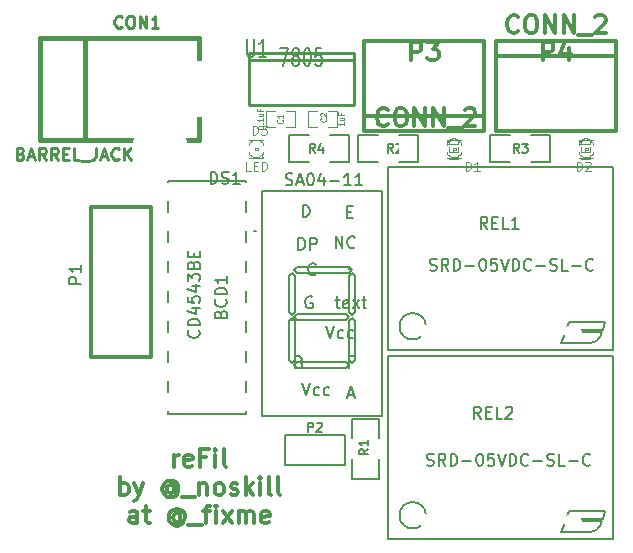
<source format=gto>
G04 (created by PCBNEW (2013-may-18)-stable) date dim 05 jun 2016 14:26:50 CEST*
%MOIN*%
G04 Gerber Fmt 3.4, Leading zero omitted, Abs format*
%FSLAX34Y34*%
G01*
G70*
G90*
G04 APERTURE LIST*
%ADD10C,0.00590551*%
%ADD11C,0.011811*%
%ADD12C,0.012*%
%ADD13C,0.006*%
%ADD14C,0.01*%
%ADD15C,0.015*%
%ADD16C,0.005*%
%ADD17C,0.0026*%
%ADD18C,0.004*%
%ADD19C,0.0047*%
%ADD20C,0.008*%
%ADD21C,0.0035*%
%ADD22C,0.0045*%
%ADD23R,0.06X0.06*%
%ADD24C,0.06*%
%ADD25C,0.0590551*%
%ADD26R,0.1X0.1*%
%ADD27C,0.1*%
%ADD28C,0.07*%
%ADD29R,0.07X0.07*%
%ADD30C,0.189*%
%ADD31R,0.189X0.189*%
%ADD32R,0.06X0.08*%
%ADD33R,0.0629X0.0709*%
%ADD34R,0.08X0.06*%
%ADD35R,0.025X0.045*%
G04 APERTURE END LIST*
G54D10*
G54D11*
X17456Y-24789D02*
X17456Y-24395D01*
X17456Y-24507D02*
X17484Y-24451D01*
X17512Y-24423D01*
X17568Y-24395D01*
X17625Y-24395D01*
X18046Y-24760D02*
X17990Y-24789D01*
X17878Y-24789D01*
X17821Y-24760D01*
X17793Y-24704D01*
X17793Y-24479D01*
X17821Y-24423D01*
X17878Y-24395D01*
X17990Y-24395D01*
X18046Y-24423D01*
X18075Y-24479D01*
X18075Y-24535D01*
X17793Y-24592D01*
X18524Y-24479D02*
X18328Y-24479D01*
X18328Y-24789D02*
X18328Y-24198D01*
X18609Y-24198D01*
X18834Y-24789D02*
X18834Y-24395D01*
X18834Y-24198D02*
X18806Y-24226D01*
X18834Y-24254D01*
X18862Y-24226D01*
X18834Y-24198D01*
X18834Y-24254D01*
X19199Y-24789D02*
X19143Y-24760D01*
X19115Y-24704D01*
X19115Y-24198D01*
X15656Y-25733D02*
X15656Y-25143D01*
X15656Y-25368D02*
X15712Y-25340D01*
X15825Y-25340D01*
X15881Y-25368D01*
X15909Y-25396D01*
X15937Y-25452D01*
X15937Y-25621D01*
X15909Y-25677D01*
X15881Y-25705D01*
X15825Y-25733D01*
X15712Y-25733D01*
X15656Y-25705D01*
X16134Y-25340D02*
X16275Y-25733D01*
X16415Y-25340D02*
X16275Y-25733D01*
X16219Y-25874D01*
X16190Y-25902D01*
X16134Y-25930D01*
X17456Y-25452D02*
X17428Y-25424D01*
X17371Y-25396D01*
X17315Y-25396D01*
X17259Y-25424D01*
X17231Y-25452D01*
X17203Y-25508D01*
X17203Y-25565D01*
X17231Y-25621D01*
X17259Y-25649D01*
X17315Y-25677D01*
X17371Y-25677D01*
X17428Y-25649D01*
X17456Y-25621D01*
X17456Y-25396D02*
X17456Y-25621D01*
X17484Y-25649D01*
X17512Y-25649D01*
X17568Y-25621D01*
X17596Y-25565D01*
X17596Y-25424D01*
X17540Y-25340D01*
X17456Y-25283D01*
X17343Y-25255D01*
X17231Y-25283D01*
X17147Y-25340D01*
X17090Y-25424D01*
X17062Y-25537D01*
X17090Y-25649D01*
X17147Y-25733D01*
X17231Y-25790D01*
X17343Y-25818D01*
X17456Y-25790D01*
X17540Y-25733D01*
X17709Y-25790D02*
X18159Y-25790D01*
X18300Y-25340D02*
X18300Y-25733D01*
X18300Y-25396D02*
X18328Y-25368D01*
X18384Y-25340D01*
X18468Y-25340D01*
X18524Y-25368D01*
X18553Y-25424D01*
X18553Y-25733D01*
X18918Y-25733D02*
X18862Y-25705D01*
X18834Y-25677D01*
X18806Y-25621D01*
X18806Y-25452D01*
X18834Y-25396D01*
X18862Y-25368D01*
X18918Y-25340D01*
X19003Y-25340D01*
X19059Y-25368D01*
X19087Y-25396D01*
X19115Y-25452D01*
X19115Y-25621D01*
X19087Y-25677D01*
X19059Y-25705D01*
X19003Y-25733D01*
X18918Y-25733D01*
X19340Y-25705D02*
X19396Y-25733D01*
X19509Y-25733D01*
X19565Y-25705D01*
X19593Y-25649D01*
X19593Y-25621D01*
X19565Y-25565D01*
X19509Y-25537D01*
X19424Y-25537D01*
X19368Y-25508D01*
X19340Y-25452D01*
X19340Y-25424D01*
X19368Y-25368D01*
X19424Y-25340D01*
X19509Y-25340D01*
X19565Y-25368D01*
X19846Y-25733D02*
X19846Y-25143D01*
X19902Y-25508D02*
X20071Y-25733D01*
X20071Y-25340D02*
X19846Y-25565D01*
X20324Y-25733D02*
X20324Y-25340D01*
X20324Y-25143D02*
X20296Y-25171D01*
X20324Y-25199D01*
X20352Y-25171D01*
X20324Y-25143D01*
X20324Y-25199D01*
X20690Y-25733D02*
X20634Y-25705D01*
X20605Y-25649D01*
X20605Y-25143D01*
X20999Y-25733D02*
X20943Y-25705D01*
X20915Y-25649D01*
X20915Y-25143D01*
X16233Y-26678D02*
X16233Y-26369D01*
X16204Y-26313D01*
X16148Y-26285D01*
X16036Y-26285D01*
X15979Y-26313D01*
X16233Y-26650D02*
X16176Y-26678D01*
X16036Y-26678D01*
X15979Y-26650D01*
X15951Y-26594D01*
X15951Y-26538D01*
X15979Y-26481D01*
X16036Y-26453D01*
X16176Y-26453D01*
X16233Y-26425D01*
X16429Y-26285D02*
X16654Y-26285D01*
X16514Y-26088D02*
X16514Y-26594D01*
X16542Y-26650D01*
X16598Y-26678D01*
X16654Y-26678D01*
X17667Y-26397D02*
X17639Y-26369D01*
X17582Y-26341D01*
X17526Y-26341D01*
X17470Y-26369D01*
X17442Y-26397D01*
X17414Y-26453D01*
X17414Y-26510D01*
X17442Y-26566D01*
X17470Y-26594D01*
X17526Y-26622D01*
X17582Y-26622D01*
X17639Y-26594D01*
X17667Y-26566D01*
X17667Y-26341D02*
X17667Y-26566D01*
X17695Y-26594D01*
X17723Y-26594D01*
X17779Y-26566D01*
X17807Y-26510D01*
X17807Y-26369D01*
X17751Y-26285D01*
X17667Y-26228D01*
X17554Y-26200D01*
X17442Y-26228D01*
X17357Y-26285D01*
X17301Y-26369D01*
X17273Y-26481D01*
X17301Y-26594D01*
X17357Y-26678D01*
X17442Y-26735D01*
X17554Y-26763D01*
X17667Y-26735D01*
X17751Y-26678D01*
X17920Y-26735D02*
X18370Y-26735D01*
X18426Y-26285D02*
X18651Y-26285D01*
X18510Y-26678D02*
X18510Y-26172D01*
X18539Y-26116D01*
X18595Y-26088D01*
X18651Y-26088D01*
X18848Y-26678D02*
X18848Y-26285D01*
X18848Y-26088D02*
X18820Y-26116D01*
X18848Y-26144D01*
X18876Y-26116D01*
X18848Y-26088D01*
X18848Y-26144D01*
X19073Y-26678D02*
X19382Y-26285D01*
X19073Y-26285D02*
X19382Y-26678D01*
X19607Y-26678D02*
X19607Y-26285D01*
X19607Y-26341D02*
X19635Y-26313D01*
X19692Y-26285D01*
X19776Y-26285D01*
X19832Y-26313D01*
X19860Y-26369D01*
X19860Y-26678D01*
X19860Y-26369D02*
X19888Y-26313D01*
X19945Y-26285D01*
X20029Y-26285D01*
X20085Y-26313D01*
X20113Y-26369D01*
X20113Y-26678D01*
X20620Y-26650D02*
X20563Y-26678D01*
X20451Y-26678D01*
X20395Y-26650D01*
X20366Y-26594D01*
X20366Y-26369D01*
X20395Y-26313D01*
X20451Y-26285D01*
X20563Y-26285D01*
X20620Y-26313D01*
X20648Y-26369D01*
X20648Y-26425D01*
X20366Y-26481D01*
G54D12*
X14700Y-21150D02*
X14700Y-16150D01*
X14700Y-16150D02*
X16700Y-16150D01*
X16700Y-16150D02*
X16700Y-21150D01*
X16700Y-21150D02*
X14700Y-21150D01*
G54D10*
X31824Y-19955D02*
X30603Y-19955D01*
X30603Y-19955D02*
X30525Y-20230D01*
X30525Y-20230D02*
X31706Y-20230D01*
X30643Y-20309D02*
X30800Y-20309D01*
X30367Y-20663D02*
X30525Y-20309D01*
X30525Y-20309D02*
X30682Y-20309D01*
X31745Y-20230D02*
X31824Y-19955D01*
X31155Y-20663D02*
X31312Y-20663D01*
X31233Y-20663D02*
X30485Y-20663D01*
X30485Y-20663D02*
X30367Y-20663D01*
X31706Y-20309D02*
X30722Y-20309D01*
X31273Y-20663D02*
G75*
G03X31706Y-20309I39J393D01*
G74*
G01*
X25847Y-20112D02*
G75*
G03X25847Y-20112I-440J0D01*
G74*
G01*
X32100Y-20900D02*
X24580Y-20900D01*
X24580Y-20900D02*
X24580Y-14797D01*
X24580Y-14797D02*
X32100Y-14797D01*
X32100Y-14797D02*
X32100Y-20900D01*
G54D12*
X27800Y-13100D02*
X23800Y-13100D01*
X27800Y-13600D02*
X27800Y-10600D01*
X27800Y-10600D02*
X23800Y-10600D01*
X23800Y-10600D02*
X23800Y-13600D01*
X23800Y-13600D02*
X27800Y-13600D01*
G54D10*
X23400Y-19850D02*
X23300Y-19950D01*
X23300Y-19950D02*
X23300Y-21250D01*
X23300Y-21250D02*
X23400Y-21350D01*
X23400Y-21350D02*
X23500Y-21250D01*
X23500Y-21250D02*
X23500Y-19950D01*
X23500Y-19950D02*
X23400Y-19850D01*
X21450Y-21400D02*
X21550Y-21300D01*
X21550Y-21300D02*
X23200Y-21300D01*
X23200Y-21300D02*
X23300Y-21400D01*
X23300Y-21400D02*
X23200Y-21500D01*
X23200Y-21500D02*
X21550Y-21500D01*
X21550Y-21500D02*
X21450Y-21400D01*
X21400Y-19850D02*
X21500Y-19950D01*
X21500Y-19950D02*
X21500Y-21250D01*
X21500Y-21250D02*
X21400Y-21350D01*
X21400Y-21350D02*
X21300Y-21250D01*
X21300Y-21250D02*
X21300Y-19950D01*
X21300Y-19950D02*
X21400Y-19850D01*
X21400Y-19850D02*
X21400Y-19900D01*
X21450Y-19800D02*
X21550Y-19700D01*
X21550Y-19700D02*
X23200Y-19700D01*
X23200Y-19700D02*
X23300Y-19800D01*
X23300Y-19800D02*
X23200Y-19900D01*
X23200Y-19900D02*
X21550Y-19900D01*
X21550Y-19900D02*
X21450Y-19800D01*
X21400Y-18350D02*
X21500Y-18450D01*
X21500Y-18450D02*
X21500Y-19650D01*
X21500Y-19650D02*
X21400Y-19750D01*
X21400Y-19750D02*
X21300Y-19650D01*
X21300Y-19650D02*
X21300Y-18450D01*
X21300Y-18450D02*
X21400Y-18350D01*
X23300Y-18450D02*
X23300Y-19650D01*
X23300Y-19650D02*
X23400Y-19750D01*
X23400Y-19750D02*
X23500Y-19650D01*
X23500Y-19650D02*
X23500Y-18450D01*
X23500Y-18450D02*
X23400Y-18350D01*
X23400Y-18350D02*
X23300Y-18450D01*
X23300Y-18150D02*
X23400Y-18250D01*
X23400Y-18250D02*
X23300Y-18350D01*
X23300Y-18350D02*
X21550Y-18350D01*
X21550Y-18350D02*
X21450Y-18250D01*
X21450Y-18250D02*
X21550Y-18150D01*
X21550Y-18150D02*
X23300Y-18150D01*
X23300Y-18150D02*
X23300Y-18200D01*
X24400Y-15600D02*
X20400Y-15600D01*
X20400Y-15600D02*
X20400Y-23100D01*
X20400Y-23100D02*
X24400Y-23100D01*
X24400Y-15600D02*
X24400Y-23100D01*
X20195Y-16948D02*
X20116Y-16948D01*
X31824Y-26255D02*
X30603Y-26255D01*
X30603Y-26255D02*
X30525Y-26530D01*
X30525Y-26530D02*
X31706Y-26530D01*
X30643Y-26609D02*
X30800Y-26609D01*
X30367Y-26963D02*
X30525Y-26609D01*
X30525Y-26609D02*
X30682Y-26609D01*
X31745Y-26530D02*
X31824Y-26255D01*
X31155Y-26963D02*
X31312Y-26963D01*
X31233Y-26963D02*
X30485Y-26963D01*
X30485Y-26963D02*
X30367Y-26963D01*
X31706Y-26609D02*
X30722Y-26609D01*
X31273Y-26963D02*
G75*
G03X31706Y-26609I39J393D01*
G74*
G01*
X25847Y-26412D02*
G75*
G03X25847Y-26412I-440J0D01*
G74*
G01*
X32100Y-27200D02*
X24580Y-27200D01*
X24580Y-27200D02*
X24580Y-21097D01*
X24580Y-21097D02*
X32100Y-21097D01*
X32100Y-21097D02*
X32100Y-27200D01*
G54D13*
X21150Y-24750D02*
X21150Y-23750D01*
X21150Y-23750D02*
X23150Y-23750D01*
X23150Y-23750D02*
X23150Y-24750D01*
X23150Y-24750D02*
X21150Y-24750D01*
G54D14*
X19950Y-11250D02*
X19950Y-11000D01*
X19950Y-11000D02*
X23450Y-11000D01*
X23450Y-11000D02*
X23450Y-11250D01*
X19950Y-12750D02*
X19950Y-11250D01*
X19950Y-11250D02*
X23450Y-11250D01*
X23450Y-11250D02*
X23450Y-12750D01*
X23450Y-12750D02*
X19950Y-12750D01*
G54D15*
X13300Y-10500D02*
X13000Y-10500D01*
X13000Y-10500D02*
X13000Y-13900D01*
X13000Y-13900D02*
X13300Y-13900D01*
X14500Y-10500D02*
X14500Y-13900D01*
X18300Y-10500D02*
X18300Y-13900D01*
X13300Y-13900D02*
X18300Y-13900D01*
X13300Y-10500D02*
X18300Y-10500D01*
G54D12*
X28200Y-11100D02*
X32200Y-11100D01*
X28200Y-10600D02*
X28200Y-13600D01*
X28200Y-13600D02*
X32200Y-13600D01*
X32200Y-13600D02*
X32200Y-10600D01*
X32200Y-10600D02*
X28200Y-10600D01*
G54D10*
X19850Y-15275D02*
X17250Y-15275D01*
X17250Y-15275D02*
X17250Y-23025D01*
X17250Y-23025D02*
X19850Y-23025D01*
X19850Y-23025D02*
X19850Y-15300D01*
G54D16*
X25600Y-14650D02*
X25600Y-13750D01*
X25600Y-13750D02*
X24950Y-13750D01*
X24250Y-14650D02*
X23600Y-14650D01*
X23600Y-14650D02*
X23600Y-13750D01*
X23600Y-13750D02*
X24250Y-13750D01*
X24950Y-14650D02*
X25600Y-14650D01*
X30000Y-14650D02*
X30000Y-13750D01*
X30000Y-13750D02*
X29350Y-13750D01*
X28650Y-14650D02*
X28000Y-14650D01*
X28000Y-14650D02*
X28000Y-13750D01*
X28000Y-13750D02*
X28650Y-13750D01*
X29350Y-14650D02*
X30000Y-14650D01*
X21300Y-13750D02*
X21300Y-14650D01*
X21300Y-14650D02*
X21950Y-14650D01*
X22650Y-13750D02*
X23300Y-13750D01*
X23300Y-13750D02*
X23300Y-14650D01*
X23300Y-14650D02*
X22650Y-14650D01*
X21950Y-13750D02*
X21300Y-13750D01*
G54D17*
X26839Y-14161D02*
X26761Y-14161D01*
X26761Y-14161D02*
X26761Y-14239D01*
X26839Y-14239D02*
X26761Y-14239D01*
X26839Y-14161D02*
X26839Y-14239D01*
X26623Y-13925D02*
X26486Y-13925D01*
X26486Y-13925D02*
X26486Y-14023D01*
X26623Y-14023D02*
X26486Y-14023D01*
X26623Y-13925D02*
X26623Y-14023D01*
X26486Y-13925D02*
X26446Y-13925D01*
X26446Y-13925D02*
X26446Y-14396D01*
X26486Y-14396D02*
X26446Y-14396D01*
X26486Y-13925D02*
X26486Y-14396D01*
X26486Y-14416D02*
X26446Y-14416D01*
X26446Y-14416D02*
X26446Y-14475D01*
X26486Y-14475D02*
X26446Y-14475D01*
X26486Y-14416D02*
X26486Y-14475D01*
X27154Y-13925D02*
X27114Y-13925D01*
X27114Y-13925D02*
X27114Y-14396D01*
X27154Y-14396D02*
X27114Y-14396D01*
X27154Y-13925D02*
X27154Y-14396D01*
X27154Y-14416D02*
X27114Y-14416D01*
X27114Y-14416D02*
X27114Y-14475D01*
X27154Y-14475D02*
X27114Y-14475D01*
X27154Y-14416D02*
X27154Y-14475D01*
X26623Y-13925D02*
X26564Y-13925D01*
X26564Y-13925D02*
X26564Y-14023D01*
X26623Y-14023D02*
X26564Y-14023D01*
X26623Y-13925D02*
X26623Y-14023D01*
G54D18*
X26190Y-13905D02*
X27410Y-13905D01*
X27410Y-13905D02*
X27410Y-14495D01*
X27410Y-14495D02*
X26190Y-14495D01*
X26190Y-14495D02*
X26190Y-13905D01*
X27015Y-14003D02*
G75*
G03X26583Y-14004I-215J-196D01*
G74*
G01*
X27015Y-14396D02*
G75*
G03X27016Y-14004I-215J196D01*
G74*
G01*
X26584Y-14396D02*
G75*
G03X27016Y-14395I215J196D01*
G74*
G01*
X26584Y-14003D02*
G75*
G03X26583Y-14395I215J-196D01*
G74*
G01*
G54D17*
X31239Y-14161D02*
X31161Y-14161D01*
X31161Y-14161D02*
X31161Y-14239D01*
X31239Y-14239D02*
X31161Y-14239D01*
X31239Y-14161D02*
X31239Y-14239D01*
X31023Y-13925D02*
X30886Y-13925D01*
X30886Y-13925D02*
X30886Y-14023D01*
X31023Y-14023D02*
X30886Y-14023D01*
X31023Y-13925D02*
X31023Y-14023D01*
X30886Y-13925D02*
X30846Y-13925D01*
X30846Y-13925D02*
X30846Y-14396D01*
X30886Y-14396D02*
X30846Y-14396D01*
X30886Y-13925D02*
X30886Y-14396D01*
X30886Y-14416D02*
X30846Y-14416D01*
X30846Y-14416D02*
X30846Y-14475D01*
X30886Y-14475D02*
X30846Y-14475D01*
X30886Y-14416D02*
X30886Y-14475D01*
X31554Y-13925D02*
X31514Y-13925D01*
X31514Y-13925D02*
X31514Y-14396D01*
X31554Y-14396D02*
X31514Y-14396D01*
X31554Y-13925D02*
X31554Y-14396D01*
X31554Y-14416D02*
X31514Y-14416D01*
X31514Y-14416D02*
X31514Y-14475D01*
X31554Y-14475D02*
X31514Y-14475D01*
X31554Y-14416D02*
X31554Y-14475D01*
X31023Y-13925D02*
X30964Y-13925D01*
X30964Y-13925D02*
X30964Y-14023D01*
X31023Y-14023D02*
X30964Y-14023D01*
X31023Y-13925D02*
X31023Y-14023D01*
G54D18*
X30590Y-13905D02*
X31810Y-13905D01*
X31810Y-13905D02*
X31810Y-14495D01*
X31810Y-14495D02*
X30590Y-14495D01*
X30590Y-14495D02*
X30590Y-13905D01*
X31415Y-14003D02*
G75*
G03X30983Y-14004I-215J-196D01*
G74*
G01*
X31415Y-14396D02*
G75*
G03X31416Y-14004I-215J196D01*
G74*
G01*
X30984Y-14396D02*
G75*
G03X31416Y-14395I215J196D01*
G74*
G01*
X30984Y-14003D02*
G75*
G03X30983Y-14395I215J-196D01*
G74*
G01*
G54D17*
X20161Y-14239D02*
X20239Y-14239D01*
X20239Y-14239D02*
X20239Y-14161D01*
X20161Y-14161D02*
X20239Y-14161D01*
X20161Y-14239D02*
X20161Y-14161D01*
X20377Y-14475D02*
X20514Y-14475D01*
X20514Y-14475D02*
X20514Y-14377D01*
X20377Y-14377D02*
X20514Y-14377D01*
X20377Y-14475D02*
X20377Y-14377D01*
X20514Y-14475D02*
X20554Y-14475D01*
X20554Y-14475D02*
X20554Y-14004D01*
X20514Y-14004D02*
X20554Y-14004D01*
X20514Y-14475D02*
X20514Y-14004D01*
X20514Y-13984D02*
X20554Y-13984D01*
X20554Y-13984D02*
X20554Y-13925D01*
X20514Y-13925D02*
X20554Y-13925D01*
X20514Y-13984D02*
X20514Y-13925D01*
X19846Y-14475D02*
X19886Y-14475D01*
X19886Y-14475D02*
X19886Y-14004D01*
X19846Y-14004D02*
X19886Y-14004D01*
X19846Y-14475D02*
X19846Y-14004D01*
X19846Y-13984D02*
X19886Y-13984D01*
X19886Y-13984D02*
X19886Y-13925D01*
X19846Y-13925D02*
X19886Y-13925D01*
X19846Y-13984D02*
X19846Y-13925D01*
X20377Y-14475D02*
X20436Y-14475D01*
X20436Y-14475D02*
X20436Y-14377D01*
X20377Y-14377D02*
X20436Y-14377D01*
X20377Y-14475D02*
X20377Y-14377D01*
G54D18*
X20810Y-14495D02*
X19590Y-14495D01*
X19590Y-14495D02*
X19590Y-13905D01*
X19590Y-13905D02*
X20810Y-13905D01*
X20810Y-13905D02*
X20810Y-14495D01*
X19984Y-14396D02*
G75*
G03X20416Y-14395I215J196D01*
G74*
G01*
X19984Y-14003D02*
G75*
G03X19983Y-14395I215J-196D01*
G74*
G01*
X20415Y-14003D02*
G75*
G03X19983Y-14004I-215J-196D01*
G74*
G01*
X20415Y-14396D02*
G75*
G03X20416Y-14004I-215J196D01*
G74*
G01*
G54D16*
X23400Y-25200D02*
X24300Y-25200D01*
X24300Y-25200D02*
X24300Y-24550D01*
X23400Y-23850D02*
X23400Y-23200D01*
X23400Y-23200D02*
X24300Y-23200D01*
X24300Y-23200D02*
X24300Y-23850D01*
X23400Y-24550D02*
X23400Y-25200D01*
G54D19*
X21197Y-13456D02*
X21472Y-13456D01*
X20803Y-13456D02*
X20528Y-13456D01*
X21197Y-12944D02*
X21472Y-12944D01*
X20528Y-12944D02*
X20803Y-12944D01*
X21472Y-12950D02*
X21472Y-13450D01*
X20528Y-13450D02*
X20528Y-12950D01*
X22203Y-12944D02*
X21928Y-12944D01*
X22597Y-12944D02*
X22872Y-12944D01*
X22203Y-13456D02*
X21928Y-13456D01*
X22872Y-13456D02*
X22597Y-13456D01*
X21928Y-13450D02*
X21928Y-12950D01*
X22872Y-12950D02*
X22872Y-13450D01*
G54D20*
X14361Y-18695D02*
X13961Y-18695D01*
X13961Y-18542D01*
X13980Y-18504D01*
X14000Y-18485D01*
X14038Y-18466D01*
X14095Y-18466D01*
X14133Y-18485D01*
X14152Y-18504D01*
X14171Y-18542D01*
X14171Y-18695D01*
X14361Y-18085D02*
X14361Y-18314D01*
X14361Y-18199D02*
X13961Y-18199D01*
X14019Y-18238D01*
X14057Y-18276D01*
X14076Y-18314D01*
G54D10*
X27896Y-16859D02*
X27765Y-16671D01*
X27671Y-16859D02*
X27671Y-16465D01*
X27821Y-16465D01*
X27859Y-16484D01*
X27878Y-16503D01*
X27896Y-16540D01*
X27896Y-16596D01*
X27878Y-16634D01*
X27859Y-16653D01*
X27821Y-16671D01*
X27671Y-16671D01*
X28065Y-16653D02*
X28196Y-16653D01*
X28253Y-16859D02*
X28065Y-16859D01*
X28065Y-16465D01*
X28253Y-16465D01*
X28609Y-16859D02*
X28421Y-16859D01*
X28421Y-16465D01*
X28946Y-16859D02*
X28721Y-16859D01*
X28834Y-16859D02*
X28834Y-16465D01*
X28796Y-16521D01*
X28759Y-16559D01*
X28721Y-16578D01*
X25981Y-18240D02*
X26037Y-18259D01*
X26131Y-18259D01*
X26169Y-18240D01*
X26187Y-18221D01*
X26206Y-18184D01*
X26206Y-18146D01*
X26187Y-18109D01*
X26169Y-18090D01*
X26131Y-18071D01*
X26056Y-18053D01*
X26019Y-18034D01*
X26000Y-18015D01*
X25981Y-17978D01*
X25981Y-17940D01*
X26000Y-17903D01*
X26019Y-17884D01*
X26056Y-17865D01*
X26150Y-17865D01*
X26206Y-17884D01*
X26600Y-18259D02*
X26469Y-18071D01*
X26375Y-18259D02*
X26375Y-17865D01*
X26525Y-17865D01*
X26562Y-17884D01*
X26581Y-17903D01*
X26600Y-17940D01*
X26600Y-17996D01*
X26581Y-18034D01*
X26562Y-18053D01*
X26525Y-18071D01*
X26375Y-18071D01*
X26768Y-18259D02*
X26768Y-17865D01*
X26862Y-17865D01*
X26918Y-17884D01*
X26956Y-17921D01*
X26975Y-17959D01*
X26993Y-18034D01*
X26993Y-18090D01*
X26975Y-18165D01*
X26956Y-18203D01*
X26918Y-18240D01*
X26862Y-18259D01*
X26768Y-18259D01*
X27162Y-18109D02*
X27462Y-18109D01*
X27725Y-17865D02*
X27762Y-17865D01*
X27800Y-17884D01*
X27818Y-17903D01*
X27837Y-17940D01*
X27856Y-18015D01*
X27856Y-18109D01*
X27837Y-18184D01*
X27818Y-18221D01*
X27800Y-18240D01*
X27762Y-18259D01*
X27725Y-18259D01*
X27687Y-18240D01*
X27668Y-18221D01*
X27650Y-18184D01*
X27631Y-18109D01*
X27631Y-18015D01*
X27650Y-17940D01*
X27668Y-17903D01*
X27687Y-17884D01*
X27725Y-17865D01*
X28212Y-17865D02*
X28025Y-17865D01*
X28006Y-18053D01*
X28025Y-18034D01*
X28062Y-18015D01*
X28156Y-18015D01*
X28193Y-18034D01*
X28212Y-18053D01*
X28231Y-18090D01*
X28231Y-18184D01*
X28212Y-18221D01*
X28193Y-18240D01*
X28156Y-18259D01*
X28062Y-18259D01*
X28025Y-18240D01*
X28006Y-18221D01*
X28343Y-17865D02*
X28475Y-18259D01*
X28606Y-17865D01*
X28737Y-18259D02*
X28737Y-17865D01*
X28831Y-17865D01*
X28887Y-17884D01*
X28924Y-17921D01*
X28943Y-17959D01*
X28962Y-18034D01*
X28962Y-18090D01*
X28943Y-18165D01*
X28924Y-18203D01*
X28887Y-18240D01*
X28831Y-18259D01*
X28737Y-18259D01*
X29356Y-18221D02*
X29337Y-18240D01*
X29281Y-18259D01*
X29243Y-18259D01*
X29187Y-18240D01*
X29149Y-18203D01*
X29131Y-18165D01*
X29112Y-18090D01*
X29112Y-18034D01*
X29131Y-17959D01*
X29149Y-17921D01*
X29187Y-17884D01*
X29243Y-17865D01*
X29281Y-17865D01*
X29337Y-17884D01*
X29356Y-17903D01*
X29524Y-18109D02*
X29824Y-18109D01*
X29993Y-18240D02*
X30049Y-18259D01*
X30143Y-18259D01*
X30181Y-18240D01*
X30199Y-18221D01*
X30218Y-18184D01*
X30218Y-18146D01*
X30199Y-18109D01*
X30181Y-18090D01*
X30143Y-18071D01*
X30068Y-18053D01*
X30031Y-18034D01*
X30012Y-18015D01*
X29993Y-17978D01*
X29993Y-17940D01*
X30012Y-17903D01*
X30031Y-17884D01*
X30068Y-17865D01*
X30162Y-17865D01*
X30218Y-17884D01*
X30574Y-18259D02*
X30387Y-18259D01*
X30387Y-17865D01*
X30705Y-18109D02*
X31005Y-18109D01*
X31418Y-18221D02*
X31399Y-18240D01*
X31343Y-18259D01*
X31305Y-18259D01*
X31249Y-18240D01*
X31212Y-18203D01*
X31193Y-18165D01*
X31174Y-18090D01*
X31174Y-18034D01*
X31193Y-17959D01*
X31212Y-17921D01*
X31249Y-17884D01*
X31305Y-17865D01*
X31343Y-17865D01*
X31399Y-17884D01*
X31418Y-17903D01*
G54D12*
X25357Y-11242D02*
X25357Y-10642D01*
X25585Y-10642D01*
X25642Y-10671D01*
X25671Y-10700D01*
X25700Y-10757D01*
X25700Y-10842D01*
X25671Y-10900D01*
X25642Y-10928D01*
X25585Y-10957D01*
X25357Y-10957D01*
X25900Y-10642D02*
X26271Y-10642D01*
X26071Y-10871D01*
X26157Y-10871D01*
X26214Y-10900D01*
X26242Y-10928D01*
X26271Y-10985D01*
X26271Y-11128D01*
X26242Y-11185D01*
X26214Y-11214D01*
X26157Y-11242D01*
X25985Y-11242D01*
X25928Y-11214D01*
X25900Y-11185D01*
X24578Y-13385D02*
X24550Y-13414D01*
X24464Y-13442D01*
X24407Y-13442D01*
X24321Y-13414D01*
X24264Y-13357D01*
X24235Y-13300D01*
X24207Y-13185D01*
X24207Y-13100D01*
X24235Y-12985D01*
X24264Y-12928D01*
X24321Y-12871D01*
X24407Y-12842D01*
X24464Y-12842D01*
X24550Y-12871D01*
X24578Y-12900D01*
X24950Y-12842D02*
X25064Y-12842D01*
X25121Y-12871D01*
X25178Y-12928D01*
X25207Y-13042D01*
X25207Y-13242D01*
X25178Y-13357D01*
X25121Y-13414D01*
X25064Y-13442D01*
X24950Y-13442D01*
X24892Y-13414D01*
X24835Y-13357D01*
X24807Y-13242D01*
X24807Y-13042D01*
X24835Y-12928D01*
X24892Y-12871D01*
X24950Y-12842D01*
X25464Y-13442D02*
X25464Y-12842D01*
X25807Y-13442D01*
X25807Y-12842D01*
X26092Y-13442D02*
X26092Y-12842D01*
X26435Y-13442D01*
X26435Y-12842D01*
X26578Y-13500D02*
X27035Y-13500D01*
X27150Y-12900D02*
X27178Y-12871D01*
X27235Y-12842D01*
X27378Y-12842D01*
X27435Y-12871D01*
X27464Y-12900D01*
X27492Y-12957D01*
X27492Y-13014D01*
X27464Y-13100D01*
X27121Y-13442D01*
X27492Y-13442D01*
G54D10*
X18671Y-15359D02*
X18671Y-14965D01*
X18765Y-14965D01*
X18821Y-14984D01*
X18859Y-15021D01*
X18878Y-15059D01*
X18896Y-15134D01*
X18896Y-15190D01*
X18878Y-15265D01*
X18859Y-15303D01*
X18821Y-15340D01*
X18765Y-15359D01*
X18671Y-15359D01*
X19046Y-15340D02*
X19103Y-15359D01*
X19196Y-15359D01*
X19234Y-15340D01*
X19253Y-15321D01*
X19271Y-15284D01*
X19271Y-15246D01*
X19253Y-15209D01*
X19234Y-15190D01*
X19196Y-15171D01*
X19121Y-15153D01*
X19084Y-15134D01*
X19065Y-15115D01*
X19046Y-15078D01*
X19046Y-15040D01*
X19065Y-15003D01*
X19084Y-14984D01*
X19121Y-14965D01*
X19215Y-14965D01*
X19271Y-14984D01*
X19646Y-15359D02*
X19421Y-15359D01*
X19534Y-15359D02*
X19534Y-14965D01*
X19496Y-15021D01*
X19459Y-15059D01*
X19421Y-15078D01*
X21175Y-15390D02*
X21231Y-15409D01*
X21325Y-15409D01*
X21362Y-15390D01*
X21381Y-15371D01*
X21400Y-15334D01*
X21400Y-15296D01*
X21381Y-15259D01*
X21362Y-15240D01*
X21325Y-15221D01*
X21250Y-15203D01*
X21212Y-15184D01*
X21193Y-15165D01*
X21175Y-15128D01*
X21175Y-15090D01*
X21193Y-15053D01*
X21212Y-15034D01*
X21250Y-15015D01*
X21343Y-15015D01*
X21400Y-15034D01*
X21550Y-15296D02*
X21737Y-15296D01*
X21512Y-15409D02*
X21643Y-15015D01*
X21775Y-15409D01*
X21981Y-15015D02*
X22018Y-15015D01*
X22056Y-15034D01*
X22075Y-15053D01*
X22093Y-15090D01*
X22112Y-15165D01*
X22112Y-15259D01*
X22093Y-15334D01*
X22075Y-15371D01*
X22056Y-15390D01*
X22018Y-15409D01*
X21981Y-15409D01*
X21943Y-15390D01*
X21925Y-15371D01*
X21906Y-15334D01*
X21887Y-15259D01*
X21887Y-15165D01*
X21906Y-15090D01*
X21925Y-15053D01*
X21943Y-15034D01*
X21981Y-15015D01*
X22450Y-15146D02*
X22450Y-15409D01*
X22356Y-14996D02*
X22262Y-15278D01*
X22506Y-15278D01*
X22656Y-15259D02*
X22956Y-15259D01*
X23349Y-15409D02*
X23124Y-15409D01*
X23237Y-15409D02*
X23237Y-15015D01*
X23199Y-15071D01*
X23162Y-15109D01*
X23124Y-15128D01*
X23724Y-15409D02*
X23499Y-15409D01*
X23612Y-15409D02*
X23612Y-15015D01*
X23574Y-15071D01*
X23537Y-15109D01*
X23499Y-15128D01*
X21731Y-22015D02*
X21862Y-22409D01*
X21993Y-22015D01*
X22293Y-22390D02*
X22256Y-22409D01*
X22181Y-22409D01*
X22143Y-22390D01*
X22125Y-22371D01*
X22106Y-22334D01*
X22106Y-22221D01*
X22125Y-22184D01*
X22143Y-22165D01*
X22181Y-22146D01*
X22256Y-22146D01*
X22293Y-22165D01*
X22631Y-22390D02*
X22593Y-22409D01*
X22518Y-22409D01*
X22481Y-22390D01*
X22462Y-22371D01*
X22443Y-22334D01*
X22443Y-22221D01*
X22462Y-22184D01*
X22481Y-22165D01*
X22518Y-22146D01*
X22593Y-22146D01*
X22631Y-22165D01*
X21628Y-21303D02*
X21684Y-21321D01*
X21703Y-21340D01*
X21721Y-21378D01*
X21721Y-21434D01*
X21703Y-21471D01*
X21684Y-21490D01*
X21646Y-21509D01*
X21496Y-21509D01*
X21496Y-21115D01*
X21628Y-21115D01*
X21665Y-21134D01*
X21684Y-21153D01*
X21703Y-21190D01*
X21703Y-21228D01*
X21684Y-21265D01*
X21665Y-21284D01*
X21628Y-21303D01*
X21496Y-21303D01*
X22053Y-19134D02*
X22015Y-19115D01*
X21959Y-19115D01*
X21903Y-19134D01*
X21865Y-19171D01*
X21846Y-19209D01*
X21828Y-19284D01*
X21828Y-19340D01*
X21846Y-19415D01*
X21865Y-19453D01*
X21903Y-19490D01*
X21959Y-19509D01*
X21996Y-19509D01*
X22053Y-19490D01*
X22071Y-19471D01*
X22071Y-19340D01*
X21996Y-19340D01*
X22171Y-18371D02*
X22153Y-18390D01*
X22096Y-18409D01*
X22059Y-18409D01*
X22003Y-18390D01*
X21965Y-18353D01*
X21946Y-18315D01*
X21928Y-18240D01*
X21928Y-18184D01*
X21946Y-18109D01*
X21965Y-18071D01*
X22003Y-18034D01*
X22059Y-18015D01*
X22096Y-18015D01*
X22153Y-18034D01*
X22171Y-18053D01*
X21600Y-17559D02*
X21600Y-17165D01*
X21693Y-17165D01*
X21750Y-17184D01*
X21787Y-17221D01*
X21806Y-17259D01*
X21825Y-17334D01*
X21825Y-17390D01*
X21806Y-17465D01*
X21787Y-17503D01*
X21750Y-17540D01*
X21693Y-17559D01*
X21600Y-17559D01*
X21993Y-17559D02*
X21993Y-17165D01*
X22143Y-17165D01*
X22181Y-17184D01*
X22199Y-17203D01*
X22218Y-17240D01*
X22218Y-17296D01*
X22199Y-17334D01*
X22181Y-17353D01*
X22143Y-17371D01*
X21993Y-17371D01*
X21746Y-16459D02*
X21746Y-16065D01*
X21840Y-16065D01*
X21896Y-16084D01*
X21934Y-16121D01*
X21953Y-16159D01*
X21971Y-16234D01*
X21971Y-16290D01*
X21953Y-16365D01*
X21934Y-16403D01*
X21896Y-16440D01*
X21840Y-16459D01*
X21746Y-16459D01*
X23215Y-16303D02*
X23346Y-16303D01*
X23403Y-16509D02*
X23215Y-16509D01*
X23215Y-16115D01*
X23403Y-16115D01*
X22840Y-17509D02*
X22840Y-17115D01*
X23065Y-17509D01*
X23065Y-17115D01*
X23478Y-17471D02*
X23459Y-17490D01*
X23403Y-17509D01*
X23365Y-17509D01*
X23309Y-17490D01*
X23271Y-17453D01*
X23253Y-17415D01*
X23234Y-17340D01*
X23234Y-17284D01*
X23253Y-17209D01*
X23271Y-17171D01*
X23309Y-17134D01*
X23365Y-17115D01*
X23403Y-17115D01*
X23459Y-17134D01*
X23478Y-17153D01*
X22834Y-19246D02*
X22984Y-19246D01*
X22890Y-19115D02*
X22890Y-19453D01*
X22909Y-19490D01*
X22946Y-19509D01*
X22984Y-19509D01*
X23265Y-19490D02*
X23228Y-19509D01*
X23153Y-19509D01*
X23115Y-19490D01*
X23096Y-19453D01*
X23096Y-19303D01*
X23115Y-19265D01*
X23153Y-19246D01*
X23228Y-19246D01*
X23265Y-19265D01*
X23284Y-19303D01*
X23284Y-19340D01*
X23096Y-19378D01*
X23415Y-19509D02*
X23621Y-19246D01*
X23415Y-19246D02*
X23621Y-19509D01*
X23715Y-19246D02*
X23865Y-19246D01*
X23771Y-19115D02*
X23771Y-19453D01*
X23790Y-19490D01*
X23828Y-19509D01*
X23865Y-19509D01*
X22531Y-20115D02*
X22662Y-20509D01*
X22793Y-20115D01*
X23093Y-20490D02*
X23056Y-20509D01*
X22981Y-20509D01*
X22943Y-20490D01*
X22925Y-20471D01*
X22906Y-20434D01*
X22906Y-20321D01*
X22925Y-20284D01*
X22943Y-20265D01*
X22981Y-20246D01*
X23056Y-20246D01*
X23093Y-20265D01*
X23431Y-20490D02*
X23393Y-20509D01*
X23318Y-20509D01*
X23281Y-20490D01*
X23262Y-20471D01*
X23243Y-20434D01*
X23243Y-20321D01*
X23262Y-20284D01*
X23281Y-20265D01*
X23318Y-20246D01*
X23393Y-20246D01*
X23431Y-20265D01*
X23406Y-21303D02*
X23275Y-21303D01*
X23275Y-21509D02*
X23275Y-21115D01*
X23462Y-21115D01*
X23256Y-22396D02*
X23443Y-22396D01*
X23218Y-22509D02*
X23350Y-22115D01*
X23481Y-22509D01*
X27681Y-23186D02*
X27549Y-22998D01*
X27456Y-23186D02*
X27456Y-22792D01*
X27606Y-22792D01*
X27643Y-22811D01*
X27662Y-22829D01*
X27681Y-22867D01*
X27681Y-22923D01*
X27662Y-22961D01*
X27643Y-22979D01*
X27606Y-22998D01*
X27456Y-22998D01*
X27849Y-22979D02*
X27981Y-22979D01*
X28037Y-23186D02*
X27849Y-23186D01*
X27849Y-22792D01*
X28037Y-22792D01*
X28393Y-23186D02*
X28206Y-23186D01*
X28206Y-22792D01*
X28506Y-22829D02*
X28524Y-22811D01*
X28562Y-22792D01*
X28656Y-22792D01*
X28693Y-22811D01*
X28712Y-22829D01*
X28731Y-22867D01*
X28731Y-22904D01*
X28712Y-22961D01*
X28487Y-23186D01*
X28731Y-23186D01*
X25881Y-24740D02*
X25937Y-24759D01*
X26031Y-24759D01*
X26069Y-24740D01*
X26087Y-24721D01*
X26106Y-24684D01*
X26106Y-24646D01*
X26087Y-24609D01*
X26069Y-24590D01*
X26031Y-24571D01*
X25956Y-24553D01*
X25919Y-24534D01*
X25900Y-24515D01*
X25881Y-24478D01*
X25881Y-24440D01*
X25900Y-24403D01*
X25919Y-24384D01*
X25956Y-24365D01*
X26050Y-24365D01*
X26106Y-24384D01*
X26500Y-24759D02*
X26369Y-24571D01*
X26275Y-24759D02*
X26275Y-24365D01*
X26425Y-24365D01*
X26462Y-24384D01*
X26481Y-24403D01*
X26500Y-24440D01*
X26500Y-24496D01*
X26481Y-24534D01*
X26462Y-24553D01*
X26425Y-24571D01*
X26275Y-24571D01*
X26668Y-24759D02*
X26668Y-24365D01*
X26762Y-24365D01*
X26818Y-24384D01*
X26856Y-24421D01*
X26875Y-24459D01*
X26893Y-24534D01*
X26893Y-24590D01*
X26875Y-24665D01*
X26856Y-24703D01*
X26818Y-24740D01*
X26762Y-24759D01*
X26668Y-24759D01*
X27062Y-24609D02*
X27362Y-24609D01*
X27625Y-24365D02*
X27662Y-24365D01*
X27700Y-24384D01*
X27718Y-24403D01*
X27737Y-24440D01*
X27756Y-24515D01*
X27756Y-24609D01*
X27737Y-24684D01*
X27718Y-24721D01*
X27700Y-24740D01*
X27662Y-24759D01*
X27625Y-24759D01*
X27587Y-24740D01*
X27568Y-24721D01*
X27550Y-24684D01*
X27531Y-24609D01*
X27531Y-24515D01*
X27550Y-24440D01*
X27568Y-24403D01*
X27587Y-24384D01*
X27625Y-24365D01*
X28112Y-24365D02*
X27925Y-24365D01*
X27906Y-24553D01*
X27925Y-24534D01*
X27962Y-24515D01*
X28056Y-24515D01*
X28093Y-24534D01*
X28112Y-24553D01*
X28131Y-24590D01*
X28131Y-24684D01*
X28112Y-24721D01*
X28093Y-24740D01*
X28056Y-24759D01*
X27962Y-24759D01*
X27925Y-24740D01*
X27906Y-24721D01*
X28243Y-24365D02*
X28375Y-24759D01*
X28506Y-24365D01*
X28637Y-24759D02*
X28637Y-24365D01*
X28731Y-24365D01*
X28787Y-24384D01*
X28824Y-24421D01*
X28843Y-24459D01*
X28862Y-24534D01*
X28862Y-24590D01*
X28843Y-24665D01*
X28824Y-24703D01*
X28787Y-24740D01*
X28731Y-24759D01*
X28637Y-24759D01*
X29256Y-24721D02*
X29237Y-24740D01*
X29181Y-24759D01*
X29143Y-24759D01*
X29087Y-24740D01*
X29049Y-24703D01*
X29031Y-24665D01*
X29012Y-24590D01*
X29012Y-24534D01*
X29031Y-24459D01*
X29049Y-24421D01*
X29087Y-24384D01*
X29143Y-24365D01*
X29181Y-24365D01*
X29237Y-24384D01*
X29256Y-24403D01*
X29424Y-24609D02*
X29724Y-24609D01*
X29893Y-24740D02*
X29949Y-24759D01*
X30043Y-24759D01*
X30081Y-24740D01*
X30099Y-24721D01*
X30118Y-24684D01*
X30118Y-24646D01*
X30099Y-24609D01*
X30081Y-24590D01*
X30043Y-24571D01*
X29968Y-24553D01*
X29931Y-24534D01*
X29912Y-24515D01*
X29893Y-24478D01*
X29893Y-24440D01*
X29912Y-24403D01*
X29931Y-24384D01*
X29968Y-24365D01*
X30062Y-24365D01*
X30118Y-24384D01*
X30474Y-24759D02*
X30287Y-24759D01*
X30287Y-24365D01*
X30605Y-24609D02*
X30905Y-24609D01*
X31318Y-24721D02*
X31299Y-24740D01*
X31243Y-24759D01*
X31205Y-24759D01*
X31149Y-24740D01*
X31112Y-24703D01*
X31093Y-24665D01*
X31074Y-24590D01*
X31074Y-24534D01*
X31093Y-24459D01*
X31112Y-24421D01*
X31149Y-24384D01*
X31205Y-24365D01*
X31243Y-24365D01*
X31299Y-24384D01*
X31318Y-24403D01*
G54D13*
X21928Y-23621D02*
X21928Y-23321D01*
X22042Y-23321D01*
X22071Y-23335D01*
X22085Y-23350D01*
X22100Y-23378D01*
X22100Y-23421D01*
X22085Y-23450D01*
X22071Y-23464D01*
X22042Y-23478D01*
X21928Y-23478D01*
X22214Y-23350D02*
X22228Y-23335D01*
X22257Y-23321D01*
X22328Y-23321D01*
X22357Y-23335D01*
X22371Y-23350D01*
X22385Y-23378D01*
X22385Y-23407D01*
X22371Y-23450D01*
X22200Y-23621D01*
X22385Y-23621D01*
G54D20*
X19895Y-10542D02*
X19895Y-11028D01*
X19914Y-11085D01*
X19933Y-11114D01*
X19971Y-11142D01*
X20047Y-11142D01*
X20085Y-11114D01*
X20104Y-11085D01*
X20123Y-11028D01*
X20123Y-10542D01*
X20523Y-11142D02*
X20295Y-11142D01*
X20409Y-11142D02*
X20409Y-10542D01*
X20371Y-10628D01*
X20333Y-10685D01*
X20295Y-10714D01*
X20995Y-10842D02*
X21261Y-10842D01*
X21090Y-11442D01*
X21471Y-11100D02*
X21433Y-11071D01*
X21414Y-11042D01*
X21395Y-10985D01*
X21395Y-10957D01*
X21414Y-10900D01*
X21433Y-10871D01*
X21471Y-10842D01*
X21547Y-10842D01*
X21585Y-10871D01*
X21604Y-10900D01*
X21623Y-10957D01*
X21623Y-10985D01*
X21604Y-11042D01*
X21585Y-11071D01*
X21547Y-11100D01*
X21471Y-11100D01*
X21433Y-11128D01*
X21414Y-11157D01*
X21395Y-11214D01*
X21395Y-11328D01*
X21414Y-11385D01*
X21433Y-11414D01*
X21471Y-11442D01*
X21547Y-11442D01*
X21585Y-11414D01*
X21604Y-11385D01*
X21623Y-11328D01*
X21623Y-11214D01*
X21604Y-11157D01*
X21585Y-11128D01*
X21547Y-11100D01*
X21871Y-10842D02*
X21909Y-10842D01*
X21947Y-10871D01*
X21966Y-10900D01*
X21985Y-10957D01*
X22004Y-11071D01*
X22004Y-11214D01*
X21985Y-11328D01*
X21966Y-11385D01*
X21947Y-11414D01*
X21909Y-11442D01*
X21871Y-11442D01*
X21833Y-11414D01*
X21814Y-11385D01*
X21795Y-11328D01*
X21776Y-11214D01*
X21776Y-11071D01*
X21795Y-10957D01*
X21814Y-10900D01*
X21833Y-10871D01*
X21871Y-10842D01*
X22366Y-10842D02*
X22176Y-10842D01*
X22157Y-11128D01*
X22176Y-11100D01*
X22214Y-11071D01*
X22309Y-11071D01*
X22347Y-11100D01*
X22366Y-11128D01*
X22385Y-11185D01*
X22385Y-11328D01*
X22366Y-11385D01*
X22347Y-11414D01*
X22309Y-11442D01*
X22214Y-11442D01*
X22176Y-11414D01*
X22157Y-11385D01*
G54D14*
X15714Y-10123D02*
X15695Y-10142D01*
X15638Y-10161D01*
X15600Y-10161D01*
X15542Y-10142D01*
X15504Y-10104D01*
X15485Y-10066D01*
X15466Y-9990D01*
X15466Y-9933D01*
X15485Y-9857D01*
X15504Y-9819D01*
X15542Y-9780D01*
X15600Y-9761D01*
X15638Y-9761D01*
X15695Y-9780D01*
X15714Y-9800D01*
X15961Y-9761D02*
X16038Y-9761D01*
X16076Y-9780D01*
X16114Y-9819D01*
X16133Y-9895D01*
X16133Y-10028D01*
X16114Y-10104D01*
X16076Y-10142D01*
X16038Y-10161D01*
X15961Y-10161D01*
X15923Y-10142D01*
X15885Y-10104D01*
X15866Y-10028D01*
X15866Y-9895D01*
X15885Y-9819D01*
X15923Y-9780D01*
X15961Y-9761D01*
X16304Y-10161D02*
X16304Y-9761D01*
X16533Y-10161D01*
X16533Y-9761D01*
X16933Y-10161D02*
X16704Y-10161D01*
X16819Y-10161D02*
X16819Y-9761D01*
X16780Y-9819D01*
X16742Y-9857D01*
X16704Y-9876D01*
X12338Y-14352D02*
X12395Y-14371D01*
X12414Y-14390D01*
X12433Y-14428D01*
X12433Y-14485D01*
X12414Y-14523D01*
X12395Y-14542D01*
X12357Y-14561D01*
X12204Y-14561D01*
X12204Y-14161D01*
X12338Y-14161D01*
X12376Y-14180D01*
X12395Y-14200D01*
X12414Y-14238D01*
X12414Y-14276D01*
X12395Y-14314D01*
X12376Y-14333D01*
X12338Y-14352D01*
X12204Y-14352D01*
X12585Y-14447D02*
X12776Y-14447D01*
X12547Y-14561D02*
X12680Y-14161D01*
X12814Y-14561D01*
X13176Y-14561D02*
X13042Y-14371D01*
X12947Y-14561D02*
X12947Y-14161D01*
X13100Y-14161D01*
X13138Y-14180D01*
X13157Y-14200D01*
X13176Y-14238D01*
X13176Y-14295D01*
X13157Y-14333D01*
X13138Y-14352D01*
X13100Y-14371D01*
X12947Y-14371D01*
X13576Y-14561D02*
X13442Y-14371D01*
X13347Y-14561D02*
X13347Y-14161D01*
X13500Y-14161D01*
X13538Y-14180D01*
X13557Y-14200D01*
X13576Y-14238D01*
X13576Y-14295D01*
X13557Y-14333D01*
X13538Y-14352D01*
X13500Y-14371D01*
X13347Y-14371D01*
X13747Y-14352D02*
X13880Y-14352D01*
X13938Y-14561D02*
X13747Y-14561D01*
X13747Y-14161D01*
X13938Y-14161D01*
X14300Y-14561D02*
X14109Y-14561D01*
X14109Y-14161D01*
X14338Y-14600D02*
X14642Y-14600D01*
X14852Y-14161D02*
X14852Y-14447D01*
X14833Y-14504D01*
X14795Y-14542D01*
X14738Y-14561D01*
X14700Y-14561D01*
X15023Y-14447D02*
X15214Y-14447D01*
X14985Y-14561D02*
X15119Y-14161D01*
X15252Y-14561D01*
X15614Y-14523D02*
X15595Y-14542D01*
X15538Y-14561D01*
X15499Y-14561D01*
X15442Y-14542D01*
X15404Y-14504D01*
X15385Y-14466D01*
X15366Y-14390D01*
X15366Y-14333D01*
X15385Y-14257D01*
X15404Y-14219D01*
X15442Y-14180D01*
X15499Y-14161D01*
X15538Y-14161D01*
X15595Y-14180D01*
X15614Y-14200D01*
X15785Y-14561D02*
X15785Y-14161D01*
X16014Y-14561D02*
X15842Y-14333D01*
X16014Y-14161D02*
X15785Y-14390D01*
G54D12*
X29757Y-11242D02*
X29757Y-10642D01*
X29985Y-10642D01*
X30042Y-10671D01*
X30071Y-10700D01*
X30100Y-10757D01*
X30100Y-10842D01*
X30071Y-10900D01*
X30042Y-10928D01*
X29985Y-10957D01*
X29757Y-10957D01*
X30614Y-10842D02*
X30614Y-11242D01*
X30471Y-10614D02*
X30328Y-11042D01*
X30700Y-11042D01*
X28928Y-10285D02*
X28900Y-10314D01*
X28814Y-10342D01*
X28757Y-10342D01*
X28671Y-10314D01*
X28614Y-10257D01*
X28585Y-10200D01*
X28557Y-10085D01*
X28557Y-10000D01*
X28585Y-9885D01*
X28614Y-9828D01*
X28671Y-9771D01*
X28757Y-9742D01*
X28814Y-9742D01*
X28900Y-9771D01*
X28928Y-9800D01*
X29300Y-9742D02*
X29414Y-9742D01*
X29471Y-9771D01*
X29528Y-9828D01*
X29557Y-9942D01*
X29557Y-10142D01*
X29528Y-10257D01*
X29471Y-10314D01*
X29414Y-10342D01*
X29300Y-10342D01*
X29242Y-10314D01*
X29185Y-10257D01*
X29157Y-10142D01*
X29157Y-9942D01*
X29185Y-9828D01*
X29242Y-9771D01*
X29300Y-9742D01*
X29814Y-10342D02*
X29814Y-9742D01*
X30157Y-10342D01*
X30157Y-9742D01*
X30442Y-10342D02*
X30442Y-9742D01*
X30785Y-10342D01*
X30785Y-9742D01*
X30928Y-10400D02*
X31385Y-10400D01*
X31500Y-9800D02*
X31528Y-9771D01*
X31585Y-9742D01*
X31728Y-9742D01*
X31785Y-9771D01*
X31814Y-9800D01*
X31842Y-9857D01*
X31842Y-9914D01*
X31814Y-10000D01*
X31471Y-10342D01*
X31842Y-10342D01*
G54D10*
X19003Y-19703D02*
X19021Y-19646D01*
X19040Y-19628D01*
X19078Y-19609D01*
X19134Y-19609D01*
X19171Y-19628D01*
X19190Y-19646D01*
X19209Y-19684D01*
X19209Y-19834D01*
X18815Y-19834D01*
X18815Y-19703D01*
X18834Y-19665D01*
X18853Y-19646D01*
X18890Y-19628D01*
X18928Y-19628D01*
X18965Y-19646D01*
X18984Y-19665D01*
X19003Y-19703D01*
X19003Y-19834D01*
X19171Y-19215D02*
X19190Y-19234D01*
X19209Y-19290D01*
X19209Y-19328D01*
X19190Y-19384D01*
X19153Y-19421D01*
X19115Y-19440D01*
X19040Y-19459D01*
X18984Y-19459D01*
X18909Y-19440D01*
X18871Y-19421D01*
X18834Y-19384D01*
X18815Y-19328D01*
X18815Y-19290D01*
X18834Y-19234D01*
X18853Y-19215D01*
X19209Y-19046D02*
X18815Y-19046D01*
X18815Y-18953D01*
X18834Y-18896D01*
X18871Y-18859D01*
X18909Y-18840D01*
X18984Y-18821D01*
X19040Y-18821D01*
X19115Y-18840D01*
X19153Y-18859D01*
X19190Y-18896D01*
X19209Y-18953D01*
X19209Y-19046D01*
X19209Y-18446D02*
X19209Y-18671D01*
X19209Y-18559D02*
X18815Y-18559D01*
X18871Y-18596D01*
X18909Y-18634D01*
X18928Y-18671D01*
X18271Y-20249D02*
X18290Y-20268D01*
X18309Y-20324D01*
X18309Y-20362D01*
X18290Y-20418D01*
X18253Y-20456D01*
X18215Y-20474D01*
X18140Y-20493D01*
X18084Y-20493D01*
X18009Y-20474D01*
X17971Y-20456D01*
X17934Y-20418D01*
X17915Y-20362D01*
X17915Y-20324D01*
X17934Y-20268D01*
X17953Y-20249D01*
X18309Y-20081D02*
X17915Y-20081D01*
X17915Y-19987D01*
X17934Y-19931D01*
X17971Y-19893D01*
X18009Y-19874D01*
X18084Y-19856D01*
X18140Y-19856D01*
X18215Y-19874D01*
X18253Y-19893D01*
X18290Y-19931D01*
X18309Y-19987D01*
X18309Y-20081D01*
X18046Y-19518D02*
X18309Y-19518D01*
X17896Y-19612D02*
X18178Y-19706D01*
X18178Y-19462D01*
X17915Y-19124D02*
X17915Y-19312D01*
X18103Y-19331D01*
X18084Y-19312D01*
X18065Y-19274D01*
X18065Y-19181D01*
X18084Y-19143D01*
X18103Y-19124D01*
X18140Y-19106D01*
X18234Y-19106D01*
X18271Y-19124D01*
X18290Y-19143D01*
X18309Y-19181D01*
X18309Y-19274D01*
X18290Y-19312D01*
X18271Y-19331D01*
X18046Y-18768D02*
X18309Y-18768D01*
X17896Y-18862D02*
X18178Y-18956D01*
X18178Y-18712D01*
X17915Y-18600D02*
X17915Y-18356D01*
X18065Y-18487D01*
X18065Y-18431D01*
X18084Y-18393D01*
X18103Y-18375D01*
X18140Y-18356D01*
X18234Y-18356D01*
X18271Y-18375D01*
X18290Y-18393D01*
X18309Y-18431D01*
X18309Y-18543D01*
X18290Y-18581D01*
X18271Y-18600D01*
X18103Y-18056D02*
X18121Y-18000D01*
X18140Y-17981D01*
X18178Y-17962D01*
X18234Y-17962D01*
X18271Y-17981D01*
X18290Y-18000D01*
X18309Y-18037D01*
X18309Y-18187D01*
X17915Y-18187D01*
X17915Y-18056D01*
X17934Y-18018D01*
X17953Y-18000D01*
X17990Y-17981D01*
X18028Y-17981D01*
X18065Y-18000D01*
X18084Y-18018D01*
X18103Y-18056D01*
X18103Y-18187D01*
X18103Y-17793D02*
X18103Y-17662D01*
X18309Y-17606D02*
X18309Y-17793D01*
X17915Y-17793D01*
X17915Y-17606D01*
G54D16*
X24750Y-14321D02*
X24650Y-14178D01*
X24578Y-14321D02*
X24578Y-14021D01*
X24692Y-14021D01*
X24721Y-14035D01*
X24735Y-14050D01*
X24750Y-14078D01*
X24750Y-14121D01*
X24735Y-14150D01*
X24721Y-14164D01*
X24692Y-14178D01*
X24578Y-14178D01*
X24864Y-14050D02*
X24878Y-14035D01*
X24907Y-14021D01*
X24978Y-14021D01*
X25007Y-14035D01*
X25021Y-14050D01*
X25035Y-14078D01*
X25035Y-14107D01*
X25021Y-14150D01*
X24850Y-14321D01*
X25035Y-14321D01*
X28950Y-14321D02*
X28850Y-14178D01*
X28778Y-14321D02*
X28778Y-14021D01*
X28892Y-14021D01*
X28921Y-14035D01*
X28935Y-14050D01*
X28950Y-14078D01*
X28950Y-14121D01*
X28935Y-14150D01*
X28921Y-14164D01*
X28892Y-14178D01*
X28778Y-14178D01*
X29050Y-14021D02*
X29235Y-14021D01*
X29135Y-14135D01*
X29178Y-14135D01*
X29207Y-14150D01*
X29221Y-14164D01*
X29235Y-14192D01*
X29235Y-14264D01*
X29221Y-14292D01*
X29207Y-14307D01*
X29178Y-14321D01*
X29092Y-14321D01*
X29064Y-14307D01*
X29050Y-14292D01*
X22150Y-14321D02*
X22050Y-14178D01*
X21978Y-14321D02*
X21978Y-14021D01*
X22092Y-14021D01*
X22121Y-14035D01*
X22135Y-14050D01*
X22150Y-14078D01*
X22150Y-14121D01*
X22135Y-14150D01*
X22121Y-14164D01*
X22092Y-14178D01*
X21978Y-14178D01*
X22407Y-14121D02*
X22407Y-14321D01*
X22335Y-14007D02*
X22264Y-14221D01*
X22450Y-14221D01*
G54D21*
X27178Y-14921D02*
X27178Y-14621D01*
X27250Y-14621D01*
X27292Y-14635D01*
X27321Y-14664D01*
X27335Y-14692D01*
X27350Y-14750D01*
X27350Y-14792D01*
X27335Y-14850D01*
X27321Y-14878D01*
X27292Y-14907D01*
X27250Y-14921D01*
X27178Y-14921D01*
X27635Y-14921D02*
X27464Y-14921D01*
X27550Y-14921D02*
X27550Y-14621D01*
X27521Y-14664D01*
X27492Y-14692D01*
X27464Y-14707D01*
X26921Y-14392D02*
X26921Y-14535D01*
X26621Y-14535D01*
X26764Y-14292D02*
X26764Y-14192D01*
X26921Y-14150D02*
X26921Y-14292D01*
X26621Y-14292D01*
X26621Y-14150D01*
X26921Y-14021D02*
X26621Y-14021D01*
X26621Y-13950D01*
X26635Y-13907D01*
X26664Y-13878D01*
X26692Y-13864D01*
X26750Y-13850D01*
X26792Y-13850D01*
X26850Y-13864D01*
X26878Y-13878D01*
X26907Y-13907D01*
X26921Y-13950D01*
X26921Y-14021D01*
X30878Y-14921D02*
X30878Y-14621D01*
X30950Y-14621D01*
X30992Y-14635D01*
X31021Y-14664D01*
X31035Y-14692D01*
X31050Y-14750D01*
X31050Y-14792D01*
X31035Y-14850D01*
X31021Y-14878D01*
X30992Y-14907D01*
X30950Y-14921D01*
X30878Y-14921D01*
X31164Y-14650D02*
X31178Y-14635D01*
X31207Y-14621D01*
X31278Y-14621D01*
X31307Y-14635D01*
X31321Y-14650D01*
X31335Y-14678D01*
X31335Y-14707D01*
X31321Y-14750D01*
X31150Y-14921D01*
X31335Y-14921D01*
X31321Y-14392D02*
X31321Y-14535D01*
X31021Y-14535D01*
X31164Y-14292D02*
X31164Y-14192D01*
X31321Y-14150D02*
X31321Y-14292D01*
X31021Y-14292D01*
X31021Y-14150D01*
X31321Y-14021D02*
X31021Y-14021D01*
X31021Y-13950D01*
X31035Y-13907D01*
X31064Y-13878D01*
X31092Y-13864D01*
X31150Y-13850D01*
X31192Y-13850D01*
X31250Y-13864D01*
X31278Y-13878D01*
X31307Y-13907D01*
X31321Y-13950D01*
X31321Y-14021D01*
X20078Y-13721D02*
X20078Y-13421D01*
X20150Y-13421D01*
X20192Y-13435D01*
X20221Y-13464D01*
X20235Y-13492D01*
X20250Y-13550D01*
X20250Y-13592D01*
X20235Y-13650D01*
X20221Y-13678D01*
X20192Y-13707D01*
X20150Y-13721D01*
X20078Y-13721D01*
X20350Y-13421D02*
X20535Y-13421D01*
X20435Y-13535D01*
X20478Y-13535D01*
X20507Y-13550D01*
X20521Y-13564D01*
X20535Y-13592D01*
X20535Y-13664D01*
X20521Y-13692D01*
X20507Y-13707D01*
X20478Y-13721D01*
X20392Y-13721D01*
X20364Y-13707D01*
X20350Y-13692D01*
X20007Y-14921D02*
X19864Y-14921D01*
X19864Y-14621D01*
X20107Y-14764D02*
X20207Y-14764D01*
X20250Y-14921D02*
X20107Y-14921D01*
X20107Y-14621D01*
X20250Y-14621D01*
X20378Y-14921D02*
X20378Y-14621D01*
X20450Y-14621D01*
X20492Y-14635D01*
X20521Y-14664D01*
X20535Y-14692D01*
X20550Y-14750D01*
X20550Y-14792D01*
X20535Y-14850D01*
X20521Y-14878D01*
X20492Y-14907D01*
X20450Y-14921D01*
X20378Y-14921D01*
G54D16*
X23921Y-24200D02*
X23778Y-24300D01*
X23921Y-24371D02*
X23621Y-24371D01*
X23621Y-24257D01*
X23635Y-24228D01*
X23650Y-24214D01*
X23678Y-24200D01*
X23721Y-24200D01*
X23750Y-24214D01*
X23764Y-24228D01*
X23778Y-24257D01*
X23778Y-24371D01*
X23921Y-23914D02*
X23921Y-24085D01*
X23921Y-24000D02*
X23621Y-24000D01*
X23664Y-24028D01*
X23692Y-24057D01*
X23707Y-24085D01*
G54D22*
X21061Y-13230D02*
X21071Y-13238D01*
X21080Y-13264D01*
X21080Y-13281D01*
X21071Y-13307D01*
X21052Y-13324D01*
X21033Y-13332D01*
X20995Y-13341D01*
X20966Y-13341D01*
X20928Y-13332D01*
X20909Y-13324D01*
X20890Y-13307D01*
X20880Y-13281D01*
X20880Y-13264D01*
X20890Y-13238D01*
X20900Y-13230D01*
X21080Y-13058D02*
X21080Y-13161D01*
X21080Y-13110D02*
X20880Y-13110D01*
X20909Y-13127D01*
X20928Y-13144D01*
X20938Y-13161D01*
X20230Y-13495D02*
X20230Y-13478D01*
X20240Y-13461D01*
X20250Y-13452D01*
X20269Y-13444D01*
X20307Y-13435D01*
X20354Y-13435D01*
X20392Y-13444D01*
X20411Y-13452D01*
X20421Y-13461D01*
X20430Y-13478D01*
X20430Y-13495D01*
X20421Y-13512D01*
X20411Y-13521D01*
X20392Y-13530D01*
X20354Y-13538D01*
X20307Y-13538D01*
X20269Y-13530D01*
X20250Y-13521D01*
X20240Y-13512D01*
X20230Y-13495D01*
X20411Y-13358D02*
X20421Y-13349D01*
X20430Y-13358D01*
X20421Y-13367D01*
X20411Y-13358D01*
X20430Y-13358D01*
X20430Y-13178D02*
X20430Y-13281D01*
X20430Y-13230D02*
X20230Y-13230D01*
X20259Y-13247D01*
X20278Y-13264D01*
X20288Y-13281D01*
X20297Y-13024D02*
X20430Y-13024D01*
X20297Y-13101D02*
X20402Y-13101D01*
X20421Y-13092D01*
X20430Y-13075D01*
X20430Y-13049D01*
X20421Y-13032D01*
X20411Y-13024D01*
X20326Y-12878D02*
X20326Y-12938D01*
X20430Y-12938D02*
X20230Y-12938D01*
X20230Y-12852D01*
X22511Y-13180D02*
X22521Y-13188D01*
X22530Y-13214D01*
X22530Y-13231D01*
X22521Y-13257D01*
X22502Y-13274D01*
X22483Y-13282D01*
X22445Y-13291D01*
X22416Y-13291D01*
X22378Y-13282D01*
X22359Y-13274D01*
X22340Y-13257D01*
X22330Y-13231D01*
X22330Y-13214D01*
X22340Y-13188D01*
X22350Y-13180D01*
X22350Y-13111D02*
X22340Y-13102D01*
X22330Y-13085D01*
X22330Y-13042D01*
X22340Y-13025D01*
X22350Y-13017D01*
X22369Y-13008D01*
X22388Y-13008D01*
X22416Y-13017D01*
X22530Y-13120D01*
X22530Y-13008D01*
X23130Y-13307D02*
X23130Y-13410D01*
X23130Y-13358D02*
X22930Y-13358D01*
X22959Y-13375D01*
X22978Y-13392D01*
X22988Y-13410D01*
X22997Y-13152D02*
X23130Y-13152D01*
X22997Y-13230D02*
X23102Y-13230D01*
X23121Y-13221D01*
X23130Y-13204D01*
X23130Y-13178D01*
X23121Y-13161D01*
X23111Y-13152D01*
X23026Y-13007D02*
X23026Y-13067D01*
X23130Y-13067D02*
X22930Y-13067D01*
X22930Y-12981D01*
%LPC*%
G54D23*
X16200Y-20650D03*
G54D24*
X15200Y-20650D03*
X16200Y-19650D03*
X15200Y-19650D03*
X16200Y-18650D03*
X15200Y-18650D03*
X16200Y-17650D03*
X15200Y-17650D03*
X16200Y-16650D03*
X15200Y-16650D03*
G54D25*
X25052Y-17848D03*
X30761Y-20348D03*
X25958Y-20348D03*
X25958Y-15309D03*
X30761Y-15309D03*
G54D26*
X24800Y-12100D03*
G54D27*
X26800Y-12100D03*
G54D25*
X23900Y-17350D03*
X23900Y-16350D03*
X23900Y-20350D03*
X23900Y-21350D03*
X23900Y-22350D03*
X20900Y-22350D03*
X20900Y-21350D03*
X20900Y-19350D03*
X20900Y-18350D03*
X20900Y-17350D03*
X20900Y-16350D03*
X25052Y-24148D03*
X30761Y-26648D03*
X25958Y-26648D03*
X25958Y-21609D03*
X30761Y-21609D03*
G54D23*
X21650Y-24250D03*
G54D24*
X22650Y-24250D03*
G54D28*
X20700Y-12000D03*
G54D29*
X21700Y-12000D03*
G54D28*
X22700Y-12000D03*
G54D30*
X16100Y-12200D03*
G54D31*
X18500Y-12200D03*
G54D30*
X17000Y-14200D03*
G54D26*
X31200Y-12100D03*
G54D27*
X29200Y-12100D03*
G54D25*
X17250Y-15650D03*
X17250Y-16650D03*
X17250Y-17650D03*
X17250Y-18650D03*
X17250Y-19650D03*
X17250Y-21650D03*
X17250Y-22650D03*
X19850Y-22650D03*
X19850Y-21650D03*
X19850Y-20650D03*
X19850Y-19650D03*
X19850Y-18650D03*
X19850Y-17650D03*
X19850Y-16650D03*
X19850Y-15650D03*
X17250Y-20650D03*
G54D32*
X25250Y-14200D03*
X23950Y-14200D03*
X29650Y-14200D03*
X28350Y-14200D03*
X21650Y-14200D03*
X22950Y-14200D03*
G54D33*
X27359Y-14200D03*
X26241Y-14200D03*
X31759Y-14200D03*
X30641Y-14200D03*
X19641Y-14200D03*
X20759Y-14200D03*
G54D34*
X23850Y-24850D03*
X23850Y-23550D03*
G54D35*
X20700Y-13200D03*
X21300Y-13200D03*
X22700Y-13200D03*
X22100Y-13200D03*
M02*

</source>
